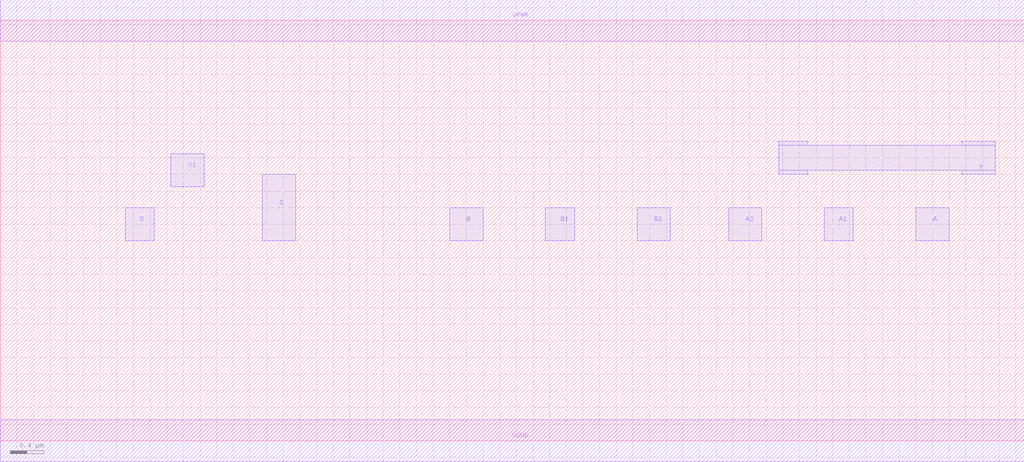
<source format=lef>
VERSION 5.7 ;
  NOWIREEXTENSIONATPIN ON ;
  DIVIDERCHAR "/" ;
  BUSBITCHARS "[]" ;
MACRO AAAOAI3321
  CLASS CORE ;
  FOREIGN AAAOAI3321 ;
  ORIGIN 0.000 0.000 ;
  SIZE 12.300 BY 5.050 ;
  SYMMETRY X Y R90 ;
  SITE unit ;
  PIN VPWR
    DIRECTION INOUT ;
    USE POWER ;
    SHAPE ABUTMENT ;
    PORT
      LAYER Metal1 ;
        RECT 0.000 4.800 12.300 5.300 ;
    END
  END VPWR
  PIN VGND
    DIRECTION INOUT ;
    USE GROUND ;
    SHAPE ABUTMENT ;
    PORT
      LAYER Metal1 ;
        RECT 0.000 -0.250 12.300 0.250 ;
    END
  END VGND
  PIN Y
    DIRECTION INOUT ;
    USE SIGNAL ;
    SHAPE ABUTMENT ;
    PORT
      LAYER Metal2 ;
        RECT 9.350 3.550 9.700 3.600 ;
        RECT 11.550 3.550 11.950 3.600 ;
        RECT 9.350 3.250 11.950 3.550 ;
        RECT 9.350 3.200 9.700 3.250 ;
        RECT 11.550 3.200 11.950 3.250 ;
    END
  END Y
  PIN C
    DIRECTION INOUT ;
    USE SIGNAL ;
    SHAPE ABUTMENT ;
    PORT
      LAYER Metal2 ;
        RECT 3.150 2.400 3.550 3.200 ;
    END
  END C
  PIN A1
    DIRECTION INOUT ;
    USE SIGNAL ;
    SHAPE ABUTMENT ;
    PORT
      LAYER Metal2 ;
        RECT 9.900 2.400 10.250 2.800 ;
    END
  END A1
  PIN C1
    DIRECTION INOUT ;
    USE SIGNAL ;
    SHAPE ABUTMENT ;
    PORT
      LAYER Metal2 ;
        RECT 2.050 3.050 2.450 3.450 ;
    END
  END C1
  PIN B1
    DIRECTION INOUT ;
    USE SIGNAL ;
    SHAPE ABUTMENT ;
    PORT
      LAYER Metal2 ;
        RECT 6.550 2.400 6.900 2.800 ;
    END
  END B1
  PIN B2
    DIRECTION INOUT ;
    USE SIGNAL ;
    SHAPE ABUTMENT ;
    PORT
      LAYER Metal2 ;
        RECT 7.650 2.400 8.050 2.800 ;
    END
  END B2
  PIN A
    DIRECTION INOUT ;
    USE SIGNAL ;
    SHAPE ABUTMENT ;
    PORT
      LAYER Metal2 ;
        RECT 11.000 2.400 11.400 2.800 ;
    END
  END A
  PIN D
    DIRECTION INOUT ;
    USE SIGNAL ;
    SHAPE ABUTMENT ;
    PORT
      LAYER Metal2 ;
        RECT 1.500 2.400 1.850 2.800 ;
    END
  END D
  PIN A2
    DIRECTION INOUT ;
    USE SIGNAL ;
    SHAPE ABUTMENT ;
    PORT
      LAYER Metal2 ;
        RECT 8.750 2.400 9.150 2.800 ;
    END
  END A2
  PIN B
    DIRECTION INOUT ;
    USE SIGNAL ;
    SHAPE ABUTMENT ;
    PORT
      LAYER Metal2 ;
        RECT 5.400 2.400 5.800 2.800 ;
    END
  END B
END AAAOAI3321
END LIBRARY


</source>
